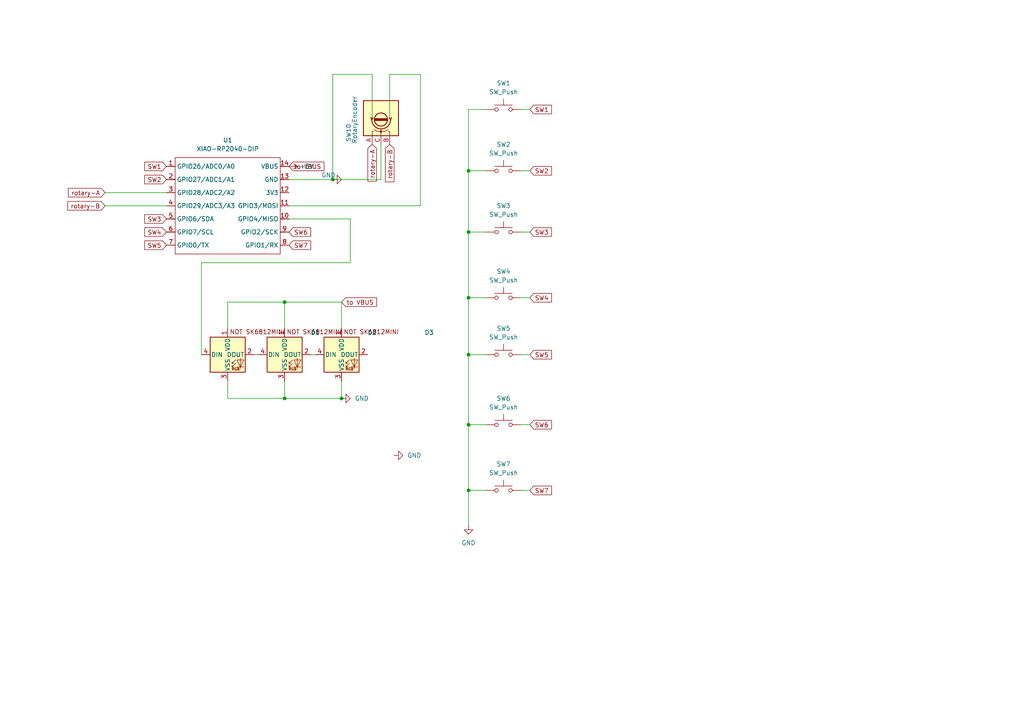
<source format=kicad_sch>
(kicad_sch (version 20250114) (generator "eeschema") (generator_version "9.0")
  (paper "A4")
  (lib_symbols
    (symbol "Device:RotaryEncoder" (pin_names (offset 0.254) (hide yes))
      (property "Reference" "SW" (at 0 6.604 0))
      (property "Value" "RotaryEncoder" (at 0 -6.604 0))
      (symbol "RotaryEncoder_0_1"
        (rectangle (start -5.08 5.08) (end 5.08 -5.08) (stroke (width 0.254)) (fill (type background)))
        (polyline (pts (xy -5.08 2.54) (xy -3.81 2.54) (xy -3.81 2.032)))
        (polyline (pts (xy -5.08 0) (xy -3.81 0) (xy -3.81 -1.016) (xy -3.302 -2.032)))
        (polyline (pts (xy -5.08 -2.54) (xy -3.81 -2.54) (xy -3.81 -2.032)))
        (polyline (pts (xy -4.318 0) (xy -3.81 0) (xy -3.81 1.016) (xy -3.302 2.032)))
        (circle (center -3.81 0) (radius 0.254) (fill (type outline)))
        (polyline (pts (xy -0.635 -1.778) (xy -0.635 1.778)) (stroke (width 0.254)))
        (circle (center -0.381 0) (radius 1.905) (stroke (width 0.254)))
        (polyline (pts (xy -0.381 -1.778) (xy -0.381 1.778)) (stroke (width 0.254)))
        (arc (start -0.381 -2.794) (mid -3.0988 -0.0635) (end -0.381 2.667) (stroke (width 0.254)))
        (polyline (pts (xy -0.127 1.778) (xy -0.127 -1.778)) (stroke (width 0.254)))
        (polyline (pts (xy 0.254 2.921) (xy -0.508 2.667) (xy 0.127 2.286)) (stroke (width 0.254)))
        (polyline (pts (xy 0.254 -3.048) (xy -0.508 -2.794) (xy 0.127 -2.413)) (stroke (width 0.254)))
      )
      (symbol "RotaryEncoder_1_1"
        (pin passive line (at -7.62 2.54 0) (length 2.54) (name "A") (number "A"))
        (pin passive line (at -7.62 0 0) (length 2.54) (name "C") (number "C"))
        (pin passive line (at -7.62 -2.54 0) (length 2.54) (name "B") (number "B"))
      )
    )
    (symbol "MINI-E-LED:SK6812MINI-E" (pin_names (offset 0.254))
      (property "Reference" "D" (at -3.556 5.842 0))
      (property "Value" "SK6812MINI-E" (at 1.27 -5.715 0))
      (symbol "SK6812MINI-E_0_0"
        (text "RGB" (at 2.286 -4.191 0) (effects (font (size 0.762 0.762))))
      )
      (symbol "SK6812MINI-E_0_1"
        (rectangle (start -5.08 5.08) (end 5.08 -5.08) (stroke (width 0.254)) (fill (type background)))
        (polyline (pts (xy 1.27 -2.54) (xy 1.778 -2.54)))
        (polyline (pts (xy 1.27 -3.556) (xy 1.778 -3.556)))
        (polyline (pts (xy 2.286 -1.524) (xy 1.27 -2.54) (xy 1.27 -2.032)))
        (polyline (pts (xy 2.286 -2.54) (xy 1.27 -3.556) (xy 1.27 -3.048)))
        (polyline (pts (xy 3.683 -1.016) (xy 3.683 -3.556) (xy 3.683 -4.064)))
        (polyline (pts (xy 4.699 -1.524) (xy 2.667 -1.524) (xy 3.683 -3.556) (xy 4.699 -1.524)))
        (polyline (pts (xy 4.699 -3.556) (xy 2.667 -3.556)))
      )
      (symbol "SK6812MINI-E_1_1"
        (text "NOT SK6812MINI" (at 8.636 6.604 0) (effects (font (size 1.27 1.27))))
        (pin input line (at -7.62 0 0) (length 2.54) (name "DIN") (number "4"))
        (pin power_in line (at 0 7.62 270) (length 2.54) (name "VDD") (number "1"))
        (pin power_in line (at 0 -7.62 90) (length 2.54) (name "VSS") (number "3"))
        (pin output line (at 7.62 0 180) (length 2.54) (name "DOUT") (number "2"))
      )
    )
    (symbol "OPL_library:XIAO-RP2040-DIP"
      (property "Reference" "U" (at 0 0 0))
      (property "Value" "XIAO-RP2040-DIP" (at 5.334 -1.778 0))
      (symbol "XIAO-RP2040-DIP_1_0"
        (polyline (pts (xy -1.27 -2.54) (xy 29.21 -2.54)) (stroke (width 0.1524)))
        (polyline (pts (xy -1.27 -5.08) (xy -2.54 -5.08)) (stroke (width 0.1524)))
        (polyline (pts (xy -1.27 -5.08) (xy -1.27 -2.54)) (stroke (width 0.1524)))
        (polyline (pts (xy -1.27 -8.89) (xy -2.54 -8.89)) (stroke (width 0.1524)))
        (polyline (pts (xy -1.27 -8.89) (xy -1.27 -5.08)) (stroke (width 0.1524)))
        (polyline (pts (xy -1.27 -12.7) (xy -2.54 -12.7)) (stroke (width 0.1524)))
        (polyline (pts (xy -1.27 -12.7) (xy -1.27 -8.89)) (stroke (width 0.1524)))
        (polyline (pts (xy -1.27 -16.51) (xy -2.54 -16.51)) (stroke (width 0.1524)))
        (polyline (pts (xy -1.27 -16.51) (xy -1.27 -12.7)) (stroke (width 0.1524)))
        (polyline (pts (xy -1.27 -20.32) (xy -2.54 -20.32)) (stroke (width 0.1524)))
        (polyline (pts (xy -1.27 -24.13) (xy -2.54 -24.13)) (stroke (width 0.1524)))
        (polyline (pts (xy -1.27 -27.94) (xy -2.54 -27.94)) (stroke (width 0.1524)))
        (polyline (pts (xy -1.27 -30.48) (xy -1.27 -16.51)) (stroke (width 0.1524)))
        (polyline (pts (xy 29.21 -2.54) (xy 29.21 -5.08)) (stroke (width 0.1524)))
        (polyline (pts (xy 29.21 -5.08) (xy 29.21 -8.89)) (stroke (width 0.1524)))
        (polyline (pts (xy 29.21 -8.89) (xy 29.21 -12.7)) (stroke (width 0.1524)))
        (polyline (pts (xy 29.21 -12.7) (xy 29.21 -30.48)) (stroke (width 0.1524)))
        (polyline (pts (xy 29.21 -30.48) (xy -1.27 -30.48)) (stroke (width 0.1524)))
        (polyline (pts (xy 30.48 -5.08) (xy 29.21 -5.08)) (stroke (width 0.1524)))
        (polyline (pts (xy 30.48 -8.89) (xy 29.21 -8.89)) (stroke (width 0.1524)))
        (polyline (pts (xy 30.48 -12.7) (xy 29.21 -12.7)) (stroke (width 0.1524)))
        (polyline (pts (xy 30.48 -16.51) (xy 29.21 -16.51)) (stroke (width 0.1524)))
        (polyline (pts (xy 30.48 -20.32) (xy 29.21 -20.32)) (stroke (width 0.1524)))
        (polyline (pts (xy 30.48 -24.13) (xy 29.21 -24.13)) (stroke (width 0.1524)))
        (polyline (pts (xy 30.48 -27.94) (xy 29.21 -27.94)) (stroke (width 0.1524)))
        (pin passive line (at -3.81 -5.08 0) (length 2.54) (name "GPIO26/ADC0/A0") (number "1"))
        (pin passive line (at -3.81 -8.89 0) (length 2.54) (name "GPIO27/ADC1/A1") (number "2"))
        (pin passive line (at -3.81 -12.7 0) (length 2.54) (name "GPIO28/ADC2/A2") (number "3"))
        (pin passive line (at -3.81 -16.51 0) (length 2.54) (name "GPIO29/ADC3/A3") (number "4"))
        (pin passive line (at -3.81 -20.32 0) (length 2.54) (name "GPIO6/SDA") (number "5"))
        (pin passive line (at -3.81 -24.13 0) (length 2.54) (name "GPIO7/SCL") (number "6"))
        (pin passive line (at -3.81 -27.94 0) (length 2.54) (name "GPIO0/TX") (number "7"))
        (pin passive line (at 31.75 -5.08 180) (length 2.54) (name "VBUS") (number "14"))
        (pin passive line (at 31.75 -8.89 180) (length 2.54) (name "GND") (number "13"))
        (pin passive line (at 31.75 -12.7 180) (length 2.54) (name "3V3") (number "12"))
        (pin passive line (at 31.75 -16.51 180) (length 2.54) (name "GPIO3/MOSI") (number "11"))
        (pin passive line (at 31.75 -20.32 180) (length 2.54) (name "GPIO4/MISO") (number "10"))
        (pin passive line (at 31.75 -24.13 180) (length 2.54) (name "GPIO2/SCK") (number "9"))
        (pin passive line (at 31.75 -27.94 180) (length 2.54) (name "GPIO1/RX") (number "8"))
      )
    )
    (symbol "Switch:SW_Push" (pin_numbers (hide yes)) (pin_names (offset 1.016) (hide yes))
      (property "Reference" "SW" (at 1.27 2.54 0))
      (property "Value" "SW_Push" (at 0 -1.524 0))
      (symbol "SW_Push_0_1"
        (circle (center -2.032 0) (radius 0.508))
        (polyline (pts (xy 0 1.27) (xy 0 3.048)))
        (circle (center 2.032 0) (radius 0.508))
        (polyline (pts (xy 2.54 1.27) (xy -2.54 1.27)))
        (pin passive line (at -5.08 0 0) (length 2.54) (name "1") (number "1"))
        (pin passive line (at 5.08 0 180) (length 2.54) (name "2") (number "2"))
      )
    )
    (symbol "power:+5V" (power) (pin_numbers (hide yes)) (pin_names (offset 0) (hide yes))
      (property "Value" "+5V" (at 0 3.556 0))
      (symbol "+5V_0_1"
        (polyline (pts (xy -0.762 1.27) (xy 0 2.54)))
        (polyline (pts (xy 0 2.54) (xy 0.762 1.27)))
        (polyline (pts (xy 0 0) (xy 0 2.54)))
      )
      (symbol "+5V_1_1"
        (pin power_in line (at 0 0 90) (length 0) (name "~") (number "1"))
      )
    )
    (symbol "power:GND" (power) (pin_numbers (hide yes)) (pin_names (offset 0) (hide yes))
      (property "Value" "GND" (at 0 -3.81 0))
      (symbol "GND_0_1"
        (polyline (pts (xy 0 0) (xy 0 -1.27) (xy 1.27 -1.27) (xy 0 -2.54) (xy -1.27 -1.27) (xy 0 -1.27)))
      )
      (symbol "GND_1_1"
        (pin power_in line (at 0 0 270) (length 0) (name "~") (number "1"))
      )
    )
  )
  (junction (at 135.89 86.36))
  (junction (at 135.89 142.24))
  (junction (at 135.89 123.19))
  (junction (at 135.89 49.53))
  (junction (at 82.55 87.63))
  (junction (at 135.89 67.31))
  (junction (at 82.55 115.57))
  (junction (at 99.06 115.57))
  (junction (at 135.89 102.87))
  (junction (at 96.52 52.07))
  (wire (pts (xy 135.89 67.31) (xy 140.97 67.31)))
  (wire (pts (xy 135.89 152.4) (xy 135.89 142.24)))
  (wire (pts (xy 83.82 52.07) (xy 96.52 52.07)))
  (wire (pts (xy 140.97 31.75) (xy 135.89 31.75)))
  (wire (pts (xy 83.82 63.5) (xy 101.6 63.5)))
  (wire (pts (xy 135.89 123.19) (xy 135.89 142.24)))
  (wire (pts (xy 153.67 123.19) (xy 151.13 123.19)))
  (wire (pts (xy 121.92 59.69) (xy 83.82 59.69)))
  (wire (pts (xy 66.04 110.49) (xy 66.04 115.57)))
  (wire (pts (xy 135.89 102.87) (xy 140.97 102.87)))
  (wire (pts (xy 135.89 142.24) (xy 140.97 142.24)))
  (wire (pts (xy 121.92 21.59) (xy 121.92 59.69)))
  (wire (pts (xy 90.17 102.87) (xy 91.44 102.87)))
  (wire (pts (xy 99.06 87.63) (xy 99.06 95.25)))
  (wire (pts (xy 135.89 86.36) (xy 135.89 102.87)))
  (wire (pts (xy 58.42 76.2) (xy 101.6 76.2)))
  (wire (pts (xy 30.48 59.69) (xy 48.26 59.69)))
  (wire (pts (xy 113.03 21.59) (xy 121.92 21.59)))
  (wire (pts (xy 101.6 76.2) (xy 101.6 63.5)))
  (wire (pts (xy 153.67 102.87) (xy 151.13 102.87)))
  (wire (pts (xy 153.67 86.36) (xy 151.13 86.36)))
  (wire (pts (xy 135.89 86.36) (xy 140.97 86.36)))
  (wire (pts (xy 30.48 55.88) (xy 48.26 55.88)))
  (wire (pts (xy 99.06 110.49) (xy 99.06 115.57)))
  (wire (pts (xy 107.95 34.29) (xy 107.95 21.59)))
  (wire (pts (xy 135.89 49.53) (xy 140.97 49.53)))
  (wire (pts (xy 82.55 87.63) (xy 82.55 95.25)))
  (wire (pts (xy 96.52 21.59) (xy 96.52 52.07)))
  (wire (pts (xy 135.89 102.87) (xy 135.89 123.19)))
  (wire (pts (xy 66.04 115.57) (xy 82.55 115.57)))
  (wire (pts (xy 135.89 31.75) (xy 135.89 49.53)))
  (wire (pts (xy 107.95 21.59) (xy 96.52 21.59)))
  (wire (pts (xy 110.49 41.91) (xy 110.49 52.07)))
  (wire (pts (xy 135.89 67.31) (xy 135.89 86.36)))
  (wire (pts (xy 73.66 102.87) (xy 74.93 102.87)))
  (wire (pts (xy 153.67 31.75) (xy 151.13 31.75)))
  (wire (pts (xy 153.67 49.53) (xy 151.13 49.53)))
  (wire (pts (xy 135.89 49.53) (xy 135.89 67.31)))
  (wire (pts (xy 153.67 67.31) (xy 151.13 67.31)))
  (wire (pts (xy 96.52 52.07) (xy 110.49 52.07)))
  (wire (pts (xy 66.04 87.63) (xy 82.55 87.63)))
  (wire (pts (xy 82.55 115.57) (xy 99.06 115.57)))
  (wire (pts (xy 113.03 34.29) (xy 113.03 21.59)))
  (wire (pts (xy 82.55 87.63) (xy 99.06 87.63)))
  (wire (pts (xy 135.89 123.19) (xy 140.97 123.19)))
  (wire (pts (xy 58.42 102.87) (xy 58.42 76.2)))
  (wire (pts (xy 151.13 142.24) (xy 153.67 142.24)))
  (wire (pts (xy 66.04 95.25) (xy 66.04 87.63)))
  (wire (pts (xy 82.55 110.49) (xy 82.55 115.57)))
  (global_label "to VBUS" (shape input) (at 99.06 87.63 0) (property "Intersheetrefs" "${INTERSHEET_REFS}" (effects (hide yes))))
  (global_label "SW4" (shape input) (at 48.26 67.31 180) (property "Intersheetrefs" "${INTERSHEET_REFS}" (effects (hide yes))))
  (global_label "SW3" (shape input) (at 153.67 67.31 0) (property "Intersheetrefs" "${INTERSHEET_REFS}" (effects (hide yes))))
  (global_label "SW6" (shape input) (at 83.82 67.31 0) (property "Intersheetrefs" "${INTERSHEET_REFS}" (effects (hide yes))))
  (global_label "to VBUS" (shape input) (at 83.82 48.26 0) (property "Intersheetrefs" "${INTERSHEET_REFS}" (effects (hide yes))))
  (global_label "SW5" (shape input) (at 153.67 102.87 0) (property "Intersheetrefs" "${INTERSHEET_REFS}" (effects (hide yes))))
  (global_label "SW1" (shape input) (at 48.26 48.26 180) (property "Intersheetrefs" "${INTERSHEET_REFS}" (effects (hide yes))))
  (global_label "SW4" (shape input) (at 153.67 86.36 0) (property "Intersheetrefs" "${INTERSHEET_REFS}" (effects (hide yes))))
  (global_label "SW5" (shape input) (at 48.26 71.12 180) (property "Intersheetrefs" "${INTERSHEET_REFS}" (effects (hide yes))))
  (global_label "rotary-A" (shape input) (at 30.48 55.88 180) (property "Intersheetrefs" "${INTERSHEET_REFS}" (effects (hide yes))))
  (global_label "SW3" (shape input) (at 48.26 63.5 180) (property "Intersheetrefs" "${INTERSHEET_REFS}" (effects (hide yes))))
  (global_label "SW6" (shape input) (at 153.67 123.19 0) (property "Intersheetrefs" "${INTERSHEET_REFS}" (effects (hide yes))))
  (global_label "rotary-B" (shape input) (at 113.03 41.91 270) (property "Intersheetrefs" "${INTERSHEET_REFS}" (effects (hide yes))))
  (global_label "SW1" (shape input) (at 153.67 31.75 0) (property "Intersheetrefs" "${INTERSHEET_REFS}" (effects (hide yes))))
  (global_label "SW2" (shape input) (at 153.67 49.53 0) (property "Intersheetrefs" "${INTERSHEET_REFS}" (effects (hide yes))))
  (global_label "rotary-A" (shape input) (at 107.95 41.91 270) (property "Intersheetrefs" "${INTERSHEET_REFS}" (effects (hide yes))))
  (global_label "SW2" (shape input) (at 48.26 52.07 180) (property "Intersheetrefs" "${INTERSHEET_REFS}" (effects (hide yes))))
  (global_label "SW7" (shape input) (at 153.67 142.24 0) (property "Intersheetrefs" "${INTERSHEET_REFS}" (effects (hide yes))))
  (global_label "SW7" (shape input) (at 83.82 71.12 0) (property "Intersheetrefs" "${INTERSHEET_REFS}" (effects (hide yes))))
  (global_label "rotary-B" (shape input) (at 30.48 59.69 180) (property "Intersheetrefs" "${INTERSHEET_REFS}" (effects (hide yes))))
  (symbol (lib_id "Switch:SW_Push") (at 146.05 123.19 0) (unit 1)
    (property "Reference" "SW6" (at 146.05 115.57 0))
    (property "Value" "SW_Push" (at 146.05 118.11 0))
    (property "Footprint" "Button_Switch_Keyboard:SW_Cherry_MX_1.00u_PCB" (effects (hide yes)))
    (property "Description" "Push button switch, generic, two pins" (effects (hide yes)))
  )
  (symbol (lib_id "OPL_library:XIAO-RP2040-DIP") (at 52.07 43.18 0) (unit 1)
    (property "Reference" "U1" (at 66.04 40.64 0))
    (property "Value" "XIAO-RP2040-DIP" (at 66.04 43.18 0))
    (property "Footprint" "OPL_foot:XIAO-RP2040-DIP" (effects (hide yes)))
  )
  (symbol (lib_id "power:GND") (at 99.06 115.57 90) (unit 1)
    (property "Reference" "#PWR05" (effects (hide yes)))
    (property "Value" "GND" (at 102.87 115.5699 90) (effects (justify right)))
    (property "Description" "Power symbol creates a global label with name \"GND\" , ground" (effects (hide yes)))
  )
  (symbol (lib_id "Switch:SW_Push") (at 146.05 86.36 0) (unit 1)
    (property "Reference" "SW4" (at 146.05 78.74 0))
    (property "Value" "SW_Push" (at 146.05 81.28 0))
    (property "Footprint" "Button_Switch_Keyboard:SW_Cherry_MX_1.00u_PCB" (effects (hide yes)))
    (property "Description" "Push button switch, generic, two pins" (effects (hide yes)))
  )
  (symbol (lib_id "power:GND") (at 96.52 52.07 90) (unit 1)
    (property "Reference" "#PWR04" (effects (hide yes)))
    (property "Value" "GND" (at 93.218 50.8 90) (effects (justify right)))
    (property "Description" "Power symbol creates a global label with name \"GND\" , ground" (effects (hide yes)))
  )
  (symbol (lib_id "Switch:SW_Push") (at 146.05 49.53 0) (unit 1)
    (property "Reference" "SW2" (at 146.05 41.91 0))
    (property "Value" "SW_Push" (at 146.05 44.45 0))
    (property "Footprint" "Button_Switch_Keyboard:SW_Cherry_MX_1.00u_PCB" (effects (hide yes)))
    (property "Description" "Push button switch, generic, two pins" (effects (hide yes)))
  )
  (symbol (lib_id "Device:RotaryEncoder") (at 110.49 34.29 90) (unit 1)
    (property "Reference" "SW10" (at 101.092 41.148 0) (effects (justify left)))
    (property "Value" "RotaryEncoder" (at 102.87 41.656 0) (effects (justify left)))
    (property "Footprint" "Rotary_Encoder:RotaryEncoder_Alps_EC11E-Switch_Vertical_H20mm" (effects (hide yes)))
    (property "Description" "Rotary encoder, dual channel, incremental quadrate outputs" (effects (hide yes)))
  )
  (symbol (lib_id "power:+5V") (at 83.82 48.26 270) (unit 1)
    (property "Reference" "#PWR03" (effects (hide yes)))
    (property "Value" "+5V" (at 86.868 48.26 90) (effects (justify left)))
    (property "Description" "Power symbol creates a global label with name \"+5V\"" (effects (hide yes)))
  )
  (symbol (lib_id "power:GND") (at 135.89 152.4 0) (unit 1)
    (property "Reference" "#PWR01" (effects (hide yes)))
    (property "Value" "GND" (at 135.89 157.48 0))
    (property "Description" "Power symbol creates a global label with name \"GND\" , ground" (effects (hide yes)))
  )
  (symbol (lib_id "Switch:SW_Push") (at 146.05 31.75 0) (unit 1)
    (property "Reference" "SW1" (at 146.05 24.13 0))
    (property "Value" "SW_Push" (at 146.05 26.67 0))
    (property "Footprint" "Button_Switch_Keyboard:SW_Cherry_MX_1.00u_PCB" (effects (hide yes)))
    (property "Description" "Push button switch, generic, two pins" (effects (hide yes)))
  )
  (symbol (lib_id "MINI-E-LED:SK6812MINI-E") (at 99.06 102.87 0) (unit 1)
    (property "Reference" "D3" (at 124.46 96.4498 0))
    (property "Value" "SK6812MINI-E" (effects (hide yes)))
    (property "Footprint" "SKIMINI-E:SK6812MINI-E_fixed" (effects (hide yes)))
    (property "Datasheet" "https://cdn-shop.adafruit.com/product-files/4960/4960_SK6812MINI-E_REV02_EN.pdf" (effects (hide yes)))
    (property "Description" "RGB LED with integrated controller" (effects (hide yes)))
  )
  (symbol (lib_id "power:GND") (at 114.3 132.08 90) (unit 1)
    (property "Reference" "#PWR02" (effects (hide yes)))
    (property "Value" "GND" (at 118.11 132.0799 90) (effects (justify right)))
    (property "Description" "Power symbol creates a global label with name \"GND\" , ground" (effects (hide yes)))
  )
  (symbol (lib_id "Switch:SW_Push") (at 146.05 67.31 0) (unit 1)
    (property "Reference" "SW3" (at 146.05 59.69 0))
    (property "Value" "SW_Push" (at 146.05 62.23 0))
    (property "Footprint" "Button_Switch_Keyboard:SW_Cherry_MX_1.00u_PCB" (effects (hide yes)))
    (property "Description" "Push button switch, generic, two pins" (effects (hide yes)))
  )
  (symbol (lib_id "MINI-E-LED:SK6812MINI-E") (at 82.55 102.87 0) (unit 1)
    (property "Reference" "D2" (at 107.95 96.4498 0))
    (property "Value" "SK6812MINI-E" (effects (hide yes)))
    (property "Footprint" "SKIMINI-E:SK6812MINI-E_fixed" (effects (hide yes)))
    (property "Datasheet" "https://cdn-shop.adafruit.com/product-files/4960/4960_SK6812MINI-E_REV02_EN.pdf" (effects (hide yes)))
    (property "Description" "RGB LED with integrated controller" (effects (hide yes)))
  )
  (symbol (lib_id "Switch:SW_Push") (at 146.05 102.87 0) (unit 1)
    (property "Reference" "SW5" (at 146.05 95.25 0))
    (property "Value" "SW_Push" (at 146.05 97.79 0))
    (property "Footprint" "Button_Switch_Keyboard:SW_Cherry_MX_1.00u_PCB" (effects (hide yes)))
    (property "Description" "Push button switch, generic, two pins" (effects (hide yes)))
  )
  (symbol (lib_id "Switch:SW_Push") (at 146.05 142.24 0) (unit 1)
    (property "Reference" "SW7" (at 146.05 134.62 0))
    (property "Value" "SW_Push" (at 146.05 137.16 0))
    (property "Footprint" "Button_Switch_Keyboard:SW_Cherry_MX_1.00u_PCB" (effects (hide yes)))
    (property "Description" "Push button switch, generic, two pins" (effects (hide yes)))
  )
  (symbol (lib_id "MINI-E-LED:SK6812MINI-E") (at 66.04 102.87 0) (unit 1)
    (property "Reference" "D1" (at 91.44 96.4498 0))
    (property "Value" "SK6812MINI-E" (effects (hide yes)))
    (property "Footprint" "SKIMINI-E:SK6812MINI-E_fixed" (effects (hide yes)))
    (property "Datasheet" "https://cdn-shop.adafruit.com/product-files/4960/4960_SK6812MINI-E_REV02_EN.pdf" (effects (hide yes)))
    (property "Description" "RGB LED with integrated controller" (effects (hide yes)))
  )
)
</source>
